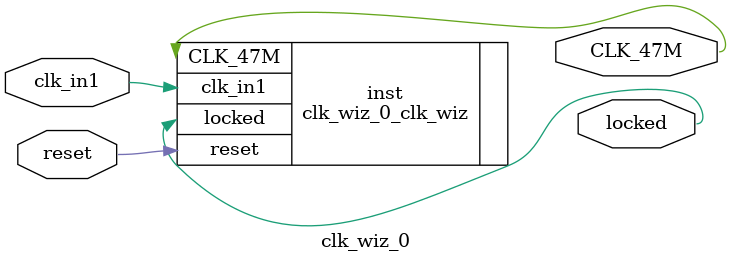
<source format=v>


`timescale 1ps/1ps

(* CORE_GENERATION_INFO = "clk_wiz_0,clk_wiz_v6_0_14_0_0,{component_name=clk_wiz_0,use_phase_alignment=true,use_min_o_jitter=false,use_max_i_jitter=false,use_dyn_phase_shift=false,use_inclk_switchover=false,use_dyn_reconfig=false,enable_axi=0,feedback_source=FDBK_AUTO,PRIMITIVE=PLL,num_out_clk=1,clkin1_period=10.000,clkin2_period=10.000,use_power_down=false,use_reset=true,use_locked=true,use_inclk_stopped=false,feedback_type=SINGLE,CLOCK_MGR_TYPE=NA,manual_override=false}" *)

module clk_wiz_0 
 (
  // Clock out ports
  output        CLK_47M,
  // Status and control signals
  input         reset,
  output        locked,
 // Clock in ports
  input         clk_in1
 );

  clk_wiz_0_clk_wiz inst
  (
  // Clock out ports  
  .CLK_47M(CLK_47M),
  // Status and control signals               
  .reset(reset), 
  .locked(locked),
 // Clock in ports
  .clk_in1(clk_in1)
  );

endmodule

</source>
